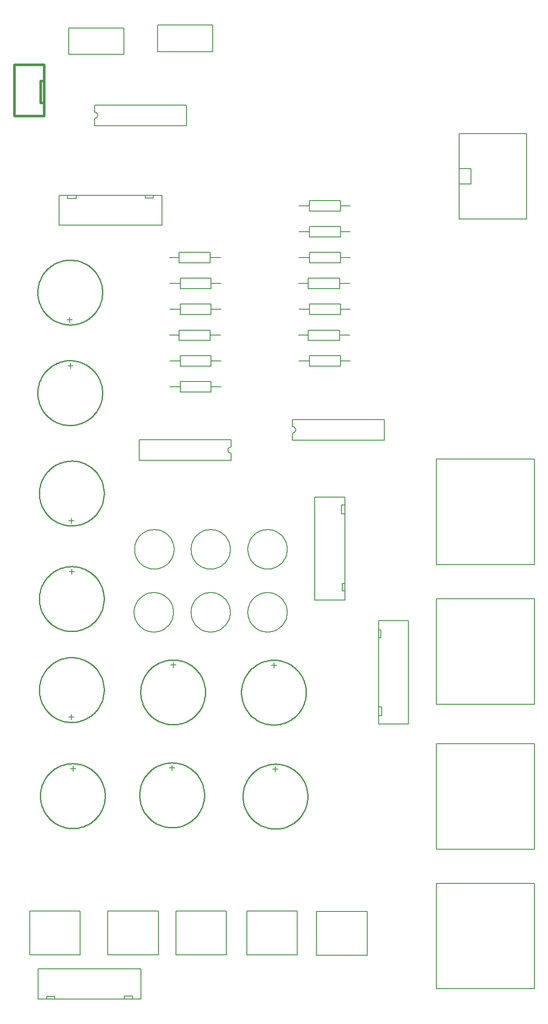
<source format=gm1>
%FSTAX23Y23*%
%MOIN*%
%SFA1B1*%

%IPPOS*%
%ADD10C,0.010000*%
%ADD11C,0.007870*%
%ADD12C,0.019680*%
%LNfuncgen-1*%
%LPD*%
G54D10*
X0638Y05465D02*
X0638Y05475D01*
X06379Y05485*
X06378Y05495*
X06377Y05505*
X06375Y05515*
X06373Y05524*
X0637Y05534*
X06367Y05544*
X06364Y05553*
X0636Y05562*
X06356Y05571*
X06351Y0558*
X06346Y05589*
X06341Y05598*
X06336Y05606*
X0633Y05614*
X06324Y05622*
X06317Y05629*
X0631Y05637*
X06303Y05644*
X06296Y0565*
X06288Y05657*
X0628Y05663*
X06272Y05669*
X06264Y05674*
X06255Y05679*
X06246Y05684*
X06237Y05689*
X06228Y05693*
X06219Y05696*
X0621Y057*
X062Y05702*
X0619Y05705*
X06181Y05707*
X06171Y05709*
X06161Y0571*
X06151Y05711*
X06141Y05711*
X06131Y05712*
X06121Y05711*
X06111Y05711*
X06101Y05709*
X06091Y05708*
X06081Y05706*
X06072Y05704*
X06062Y05701*
X06052Y05698*
X06043Y05694*
X06034Y05691*
X06025Y05686*
X06016Y05682*
X06007Y05677*
X05999Y05672*
X0599Y05666*
X05982Y0566*
X05975Y05654*
X05967Y05647*
X0596Y0564*
X05953Y05633*
X05946Y05626*
X0594Y05618*
X05934Y0561*
X05928Y05602*
X05923Y05593*
X05918Y05585*
X05913Y05576*
X05909Y05567*
X05905Y05558*
X05901Y05548*
X05898Y05539*
X05895Y05529*
X05893Y0552*
X05891Y0551*
X05889Y055*
X05888Y0549*
X05887Y0548*
X05887Y0547*
Y0546*
X05887Y0545*
X05888Y0544*
X05889Y0543*
X05891Y0542*
X05893Y05411*
X05895Y05401*
X05898Y05391*
X05901Y05382*
X05905Y05372*
X05909Y05363*
X05913Y05354*
X05918Y05345*
X05923Y05337*
X05928Y05328*
X05934Y0532*
X0594Y05312*
X05946Y05304*
X05953Y05297*
X0596Y0529*
X05967Y05283*
X05975Y05276*
X05982Y0527*
X0599Y05264*
X05999Y05259*
X06007Y05253*
X06016Y05248*
X06025Y05244*
X06034Y05239*
X06043Y05236*
X06052Y05232*
X06062Y05229*
X06072Y05226*
X06081Y05224*
X06091Y05222*
X06101Y05221*
X06111Y0522*
X06121Y05219*
X06131Y05219*
X06141Y05219*
X06151Y05219*
X06161Y0522*
X06171Y05221*
X06181Y05223*
X0619Y05225*
X062Y05228*
X0621Y05231*
X06219Y05234*
X06228Y05238*
X06237Y05242*
X06246Y05246*
X06255Y05251*
X06264Y05256*
X06272Y05261*
X0628Y05267*
X06288Y05273*
X06296Y0528*
X06303Y05286*
X0631Y05293*
X06317Y05301*
X06324Y05308*
X0633Y05316*
X06336Y05324*
X06341Y05333*
X06346Y05341*
X06351Y0535*
X06356Y05359*
X0636Y05368*
X06364Y05377*
X06367Y05386*
X0637Y05396*
X06373Y05406*
X06375Y05415*
X06377Y05425*
X06378Y05435*
X06379Y05445*
X0638Y05455*
X0638Y05465*
X06392Y03898D02*
X06392Y03908D01*
X06391Y03918*
X0639Y03928*
X06388Y03938*
X06387Y03948*
X06384Y03957*
X06382Y03967*
X06379Y03977*
X06375Y03986*
X06372Y03995*
X06368Y04004*
X06363Y04013*
X06358Y04022*
X06353Y04031*
X06348Y04039*
X06342Y04047*
X06335Y04055*
X06329Y04062*
X06322Y0407*
X06315Y04077*
X06308Y04084*
X063Y0409*
X06292Y04096*
X06284Y04102*
X06276Y04107*
X06267Y04112*
X06258Y04117*
X06249Y04122*
X0624Y04126*
X06231Y04129*
X06221Y04133*
X06212Y04135*
X06202Y04138*
X06192Y0414*
X06183Y04142*
X06173Y04143*
X06163Y04144*
X06153Y04145*
X06143Y04145*
X06133Y04144*
X06123Y04144*
X06113Y04143*
X06103Y04141*
X06093Y04139*
X06083Y04137*
X06074Y04134*
X06064Y04131*
X06055Y04128*
X06046Y04124*
X06037Y04119*
X06028Y04115*
X06019Y0411*
X06011Y04105*
X06002Y04099*
X05994Y04093*
X05986Y04087*
X05979Y0408*
X05972Y04073*
X05965Y04066*
X05958Y04059*
X05952Y04051*
X05946Y04043*
X0594Y04035*
X05935Y04026*
X0593Y04018*
X05925Y04009*
X05921Y04*
X05917Y03991*
X05913Y03981*
X0591Y03972*
X05907Y03962*
X05905Y03953*
X05903Y03943*
X05901Y03933*
X059Y03923*
X05899Y03913*
X05899Y03903*
Y03893*
X05899Y03883*
X059Y03873*
X05901Y03863*
X05903Y03853*
X05905Y03844*
X05907Y03834*
X0591Y03824*
X05913Y03815*
X05917Y03806*
X05921Y03796*
X05925Y03787*
X0593Y03778*
X05935Y0377*
X0594Y03761*
X05946Y03753*
X05952Y03745*
X05958Y03738*
X05965Y0373*
X05972Y03723*
X05979Y03716*
X05986Y03709*
X05994Y03703*
X06002Y03697*
X06011Y03692*
X06019Y03686*
X06028Y03681*
X06037Y03677*
X06046Y03673*
X06055Y03669*
X06064Y03665*
X06074Y03662*
X06083Y03659*
X06093Y03657*
X06103Y03655*
X06113Y03654*
X06123Y03653*
X06133Y03652*
X06143Y03652*
X06153Y03652*
X06163Y03652*
X06173Y03653*
X06183Y03654*
X06192Y03656*
X06202Y03658*
X06212Y03661*
X06221Y03664*
X06231Y03667*
X0624Y03671*
X06249Y03675*
X06258Y03679*
X06267Y03684*
X06276Y03689*
X06284Y03694*
X06292Y037*
X063Y03706*
X06308Y03713*
X06315Y03719*
X06322Y03726*
X06329Y03734*
X06335Y03741*
X06342Y03749*
X06348Y03757*
X06353Y03766*
X06358Y03774*
X06363Y03783*
X06368Y03792*
X06372Y03801*
X06375Y0381*
X06379Y0382*
X06382Y03829*
X06384Y03839*
X06387Y03848*
X06388Y03858*
X0639Y03868*
X06391Y03878*
X06392Y03888*
X06392Y03898*
X0638Y06231D02*
X0638Y06241D01*
X06379Y06251*
X06378Y06261*
X06377Y06271*
X06375Y0628*
X06373Y0629*
X0637Y063*
X06367Y06309*
X06364Y06319*
X0636Y06328*
X06356Y06337*
X06351Y06346*
X06346Y06355*
X06341Y06363*
X06336Y06372*
X0633Y0638*
X06324Y06388*
X06317Y06395*
X0631Y06402*
X06303Y06409*
X06296Y06416*
X06288Y06423*
X0628Y06429*
X06272Y06435*
X06264Y0644*
X06255Y06445*
X06246Y0645*
X06237Y06454*
X06228Y06458*
X06219Y06462*
X0621Y06465*
X062Y06468*
X0619Y06471*
X06181Y06473*
X06171Y06474*
X06161Y06476*
X06151Y06477*
X06141Y06477*
X06131Y06477*
X06121Y06477*
X06111Y06476*
X06101Y06475*
X06091Y06474*
X06081Y06472*
X06072Y06469*
X06062Y06467*
X06052Y06464*
X06043Y0646*
X06034Y06456*
X06025Y06452*
X06016Y06448*
X06007Y06443*
X05999Y06437*
X0599Y06432*
X05982Y06426*
X05975Y06419*
X05967Y06413*
X0596Y06406*
X05953Y06399*
X05946Y06391*
X0594Y06384*
X05934Y06376*
X05928Y06368*
X05923Y06359*
X05918Y0635*
X05913Y06342*
X05909Y06333*
X05905Y06323*
X05901Y06314*
X05898Y06305*
X05895Y06295*
X05893Y06285*
X05891Y06276*
X05889Y06266*
X05888Y06256*
X05887Y06246*
X05887Y06236*
Y06226*
X05887Y06216*
X05888Y06206*
X05889Y06196*
X05891Y06186*
X05893Y06176*
X05895Y06167*
X05898Y06157*
X05901Y06148*
X05905Y06138*
X05909Y06129*
X05913Y0612*
X05918Y06111*
X05923Y06103*
X05928Y06094*
X05934Y06086*
X0594Y06078*
X05946Y0607*
X05953Y06063*
X0596Y06056*
X05967Y06049*
X05975Y06042*
X05982Y06036*
X0599Y0603*
X05999Y06024*
X06007Y06019*
X06016Y06014*
X06025Y06009*
X06034Y06005*
X06043Y06001*
X06052Y05998*
X06062Y05995*
X06072Y05992*
X06081Y0599*
X06091Y05988*
X06101Y05986*
X06111Y05985*
X06121Y05985*
X06131Y05984*
X06141Y05984*
X06151Y05985*
X06161Y05986*
X06171Y05987*
X06181Y05989*
X0619Y05991*
X062Y05993*
X0621Y05996*
X06219Y06*
X06228Y06003*
X06237Y06007*
X06246Y06012*
X06255Y06016*
X06264Y06022*
X06272Y06027*
X0628Y06033*
X06288Y06039*
X06296Y06045*
X06303Y06052*
X0631Y06059*
X06317Y06066*
X06324Y06074*
X0633Y06082*
X06336Y0609*
X06341Y06098*
X06346Y06107*
X06351Y06116*
X06356Y06124*
X0636Y06134*
X06364Y06143*
X06367Y06152*
X0637Y06162*
X06373Y06171*
X06375Y06181*
X06377Y06191*
X06378Y06201*
X06379Y06211*
X0638Y06221*
X0638Y06231*
X06392Y03205D02*
X06392Y03215D01*
X06391Y03225*
X0639Y03235*
X06388Y03245*
X06387Y03255*
X06384Y03265*
X06382Y03274*
X06379Y03284*
X06375Y03293*
X06372Y03302*
X06368Y03312*
X06363Y0332*
X06358Y03329*
X06353Y03338*
X06348Y03346*
X06342Y03354*
X06335Y03362*
X06329Y0337*
X06322Y03377*
X06315Y03384*
X06308Y03391*
X063Y03397*
X06292Y03403*
X06284Y03409*
X06276Y03414*
X06267Y0342*
X06258Y03424*
X06249Y03429*
X0624Y03433*
X06231Y03436*
X06221Y0344*
X06212Y03443*
X06202Y03445*
X06192Y03447*
X06183Y03449*
X06173Y0345*
X06163Y03451*
X06153Y03452*
X06143Y03452*
X06133Y03451*
X06123Y03451*
X06113Y0345*
X06103Y03448*
X06093Y03446*
X06083Y03444*
X06074Y03441*
X06064Y03438*
X06055Y03435*
X06046Y03431*
X06037Y03427*
X06028Y03422*
X06019Y03417*
X06011Y03412*
X06002Y03406*
X05994Y034*
X05986Y03394*
X05979Y03387*
X05972Y0338*
X05965Y03373*
X05958Y03366*
X05952Y03358*
X05946Y0335*
X0594Y03342*
X05935Y03333*
X0593Y03325*
X05925Y03316*
X05921Y03307*
X05917Y03298*
X05913Y03288*
X0591Y03279*
X05907Y03269*
X05905Y0326*
X05903Y0325*
X05901Y0324*
X059Y0323*
X05899Y0322*
X05899Y0321*
Y032*
X05899Y0319*
X059Y0318*
X05901Y0317*
X05903Y0316*
X05905Y03151*
X05907Y03141*
X0591Y03131*
X05913Y03122*
X05917Y03113*
X05921Y03103*
X05925Y03094*
X0593Y03086*
X05935Y03077*
X0594Y03069*
X05946Y0306*
X05952Y03052*
X05958Y03045*
X05965Y03037*
X05972Y0303*
X05979Y03023*
X05986Y03017*
X05994Y0301*
X06002Y03004*
X06011Y02999*
X06019Y02993*
X06028Y02988*
X06037Y02984*
X06046Y0298*
X06055Y02976*
X06064Y02972*
X06074Y02969*
X06083Y02967*
X06093Y02964*
X06103Y02962*
X06113Y02961*
X06123Y0296*
X06133Y02959*
X06143Y02959*
X06153Y02959*
X06163Y02959*
X06173Y0296*
X06183Y02962*
X06192Y02963*
X06202Y02965*
X06212Y02968*
X06221Y02971*
X06231Y02974*
X0624Y02978*
X06249Y02982*
X06258Y02986*
X06267Y02991*
X06276Y02996*
X06284Y03001*
X06292Y03007*
X063Y03013*
X06308Y0302*
X06315Y03027*
X06322Y03034*
X06329Y03041*
X06335Y03048*
X06342Y03056*
X06348Y03064*
X06353Y03073*
X06358Y03081*
X06363Y0309*
X06368Y03099*
X06372Y03108*
X06375Y03117*
X06379Y03127*
X06382Y03136*
X06384Y03146*
X06387Y03156*
X06388Y03165*
X0639Y03175*
X06391Y03185*
X06392Y03195*
X06392Y03205*
Y04701D02*
X06392Y04711D01*
X06391Y04721*
X0639Y04731*
X06388Y04741*
X06387Y04751*
X06384Y04761*
X06382Y0477*
X06379Y0478*
X06375Y04789*
X06372Y04798*
X06368Y04808*
X06363Y04817*
X06358Y04825*
X06353Y04834*
X06348Y04842*
X06342Y0485*
X06335Y04858*
X06329Y04866*
X06322Y04873*
X06315Y0488*
X06308Y04887*
X063Y04893*
X06292Y04899*
X06284Y04905*
X06276Y0491*
X06267Y04916*
X06258Y0492*
X06249Y04925*
X0624Y04929*
X06231Y04932*
X06221Y04936*
X06212Y04939*
X06202Y04941*
X06192Y04943*
X06183Y04945*
X06173Y04946*
X06163Y04947*
X06153Y04948*
X06143Y04948*
X06133Y04947*
X06123Y04947*
X06113Y04946*
X06103Y04944*
X06093Y04942*
X06083Y0494*
X06074Y04937*
X06064Y04934*
X06055Y04931*
X06046Y04927*
X06037Y04923*
X06028Y04918*
X06019Y04913*
X06011Y04908*
X06002Y04902*
X05994Y04896*
X05986Y0489*
X05979Y04883*
X05972Y04876*
X05965Y04869*
X05958Y04862*
X05952Y04854*
X05946Y04846*
X0594Y04838*
X05935Y0483*
X0593Y04821*
X05925Y04812*
X05921Y04803*
X05917Y04794*
X05913Y04785*
X0591Y04775*
X05907Y04765*
X05905Y04756*
X05903Y04746*
X05901Y04736*
X059Y04726*
X05899Y04716*
X05899Y04706*
Y04696*
X05899Y04686*
X059Y04676*
X05901Y04666*
X05903Y04657*
X05905Y04647*
X05907Y04637*
X0591Y04627*
X05913Y04618*
X05917Y04609*
X05921Y04599*
X05925Y0459*
X0593Y04582*
X05935Y04573*
X0594Y04565*
X05946Y04556*
X05952Y04548*
X05958Y04541*
X05965Y04533*
X05972Y04526*
X05979Y04519*
X05986Y04513*
X05994Y04506*
X06002Y045*
X06011Y04495*
X06019Y04489*
X06028Y04485*
X06037Y0448*
X06046Y04476*
X06055Y04472*
X06064Y04468*
X06074Y04465*
X06083Y04463*
X06093Y0446*
X06103Y04458*
X06113Y04457*
X06123Y04456*
X06133Y04455*
X06143Y04455*
X06153Y04455*
X06163Y04455*
X06173Y04456*
X06183Y04458*
X06192Y04459*
X06202Y04461*
X06212Y04464*
X06221Y04467*
X06231Y0447*
X0624Y04474*
X06249Y04478*
X06258Y04482*
X06267Y04487*
X06276Y04492*
X06284Y04498*
X06292Y04503*
X063Y04509*
X06308Y04516*
X06315Y04523*
X06322Y0453*
X06329Y04537*
X06335Y04545*
X06342Y04552*
X06348Y0456*
X06353Y04569*
X06358Y04577*
X06363Y04586*
X06368Y04595*
X06372Y04604*
X06375Y04613*
X06379Y04623*
X06382Y04632*
X06384Y04642*
X06387Y04652*
X06388Y04661*
X0639Y04671*
X06391Y04681*
X06392Y04691*
X06392Y04701*
X064Y02398D02*
X06399Y02408D01*
X06399Y02418*
X06398Y02428*
X06396Y02438*
X06395Y02448*
X06392Y02457*
X0639Y02467*
X06387Y02477*
X06383Y02486*
X0638Y02495*
X06375Y02504*
X06371Y02513*
X06366Y02522*
X06361Y02531*
X06355Y02539*
X0635Y02547*
X06343Y02555*
X06337Y02562*
X0633Y0257*
X06323Y02577*
X06316Y02584*
X06308Y0259*
X063Y02596*
X06292Y02602*
X06283Y02607*
X06275Y02612*
X06266Y02617*
X06257Y02622*
X06248Y02626*
X06239Y02629*
X06229Y02633*
X0622Y02635*
X0621Y02638*
X062Y0264*
X0619Y02642*
X0618Y02643*
X06171Y02644*
X06161Y02645*
X06151Y02645*
X06141Y02644*
X06131Y02644*
X06121Y02643*
X06111Y02641*
X06101Y02639*
X06091Y02637*
X06082Y02634*
X06072Y02631*
X06063Y02628*
X06054Y02624*
X06044Y02619*
X06036Y02615*
X06027Y0261*
X06018Y02605*
X0601Y02599*
X06002Y02593*
X05994Y02587*
X05987Y0258*
X0598Y02573*
X05973Y02566*
X05966Y02559*
X0596Y02551*
X05954Y02543*
X05948Y02535*
X05943Y02526*
X05937Y02518*
X05933Y02509*
X05929Y025*
X05925Y02491*
X05921Y02481*
X05918Y02472*
X05915Y02462*
X05913Y02453*
X05911Y02443*
X05909Y02433*
X05908Y02423*
X05907Y02413*
X05907Y02403*
Y02393*
X05907Y02383*
X05908Y02373*
X05909Y02363*
X05911Y02353*
X05913Y02344*
X05915Y02334*
X05918Y02324*
X05921Y02315*
X05925Y02306*
X05929Y02296*
X05933Y02287*
X05937Y02278*
X05943Y0227*
X05948Y02261*
X05954Y02253*
X0596Y02245*
X05966Y02238*
X05973Y0223*
X0598Y02223*
X05987Y02216*
X05994Y02209*
X06002Y02203*
X0601Y02197*
X06018Y02192*
X06027Y02186*
X06036Y02181*
X06044Y02177*
X06054Y02173*
X06063Y02169*
X06072Y02165*
X06082Y02162*
X06091Y02159*
X06101Y02157*
X06111Y02155*
X06121Y02154*
X06131Y02153*
X06141Y02152*
X06151Y02152*
X06161Y02152*
X06171Y02152*
X0618Y02153*
X0619Y02154*
X062Y02156*
X0621Y02158*
X0622Y02161*
X06229Y02164*
X06239Y02167*
X06248Y02171*
X06257Y02175*
X06266Y02179*
X06275Y02184*
X06283Y02189*
X06292Y02194*
X063Y022*
X06308Y02206*
X06316Y02213*
X06323Y02219*
X0633Y02226*
X06337Y02234*
X06343Y02241*
X0635Y02249*
X06355Y02257*
X06361Y02266*
X06366Y02274*
X06371Y02283*
X06375Y02292*
X0638Y02301*
X06383Y0231*
X06387Y0232*
X0639Y02329*
X06392Y02339*
X06395Y02348*
X06396Y02358*
X06398Y02368*
X06399Y02378*
X06399Y02388*
X064Y02398*
X07163Y03187D02*
X07163Y03197D01*
X07163Y03207*
X07162Y03217*
X0716Y03227*
X07158Y03237*
X07156Y03247*
X07153Y03257*
X0715Y03266*
X07147Y03275*
X07143Y03285*
X07139Y03294*
X07135Y03303*
X0713Y03311*
X07125Y0332*
X07119Y03328*
X07113Y03336*
X07107Y03344*
X07101Y03352*
X07094Y03359*
X07087Y03366*
X07079Y03373*
X07072Y03379*
X07064Y03385*
X07056Y03391*
X07047Y03397*
X07039Y03402*
X0703Y03407*
X07021Y03411*
X07012Y03415*
X07002Y03419*
X06993Y03422*
X06983Y03425*
X06974Y03427*
X06964Y03429*
X06954Y03431*
X06944Y03433*
X06934Y03433*
X06924Y03434*
X06914Y03434*
X06904Y03434*
X06894Y03433*
X06884Y03432*
X06875Y0343*
X06865Y03428*
X06855Y03426*
X06845Y03423*
X06836Y0342*
X06827Y03417*
X06817Y03413*
X06808Y03409*
X06799Y03404*
X06791Y03399*
X06782Y03394*
X06774Y03388*
X06766Y03382*
X06758Y03376*
X06751Y0337*
X06743Y03363*
X06736Y03356*
X0673Y03348*
X06723Y0334*
X06717Y03332*
X06712Y03324*
X06706Y03316*
X06701Y03307*
X06697Y03298*
X06692Y03289*
X06688Y0328*
X06685Y03271*
X06682Y03261*
X06679Y03252*
X06676Y03242*
X06674Y03232*
X06673Y03222*
X06672Y03212*
X06671Y03202*
X0667Y03192*
Y03182*
X06671Y03173*
X06672Y03163*
X06673Y03153*
X06674Y03143*
X06676Y03133*
X06679Y03123*
X06682Y03114*
X06685Y03104*
X06688Y03095*
X06692Y03086*
X06697Y03077*
X06701Y03068*
X06706Y03059*
X06712Y03051*
X06717Y03043*
X06723Y03035*
X0673Y03027*
X06736Y03019*
X06743Y03012*
X06751Y03005*
X06758Y02999*
X06766Y02993*
X06774Y02987*
X06782Y02981*
X06791Y02976*
X06799Y02971*
X06808Y02966*
X06817Y02962*
X06827Y02958*
X06836Y02955*
X06845Y02952*
X06855Y02949*
X06865Y02947*
X06875Y02945*
X06884Y02943*
X06894Y02942*
X06904Y02941*
X06914Y02941*
X06924Y02941*
X06934Y02942*
X06944Y02942*
X06954Y02944*
X06964Y02946*
X06974Y02948*
X06983Y0295*
X06993Y02953*
X07002Y02956*
X07012Y0296*
X07021Y02964*
X0703Y02968*
X07039Y02973*
X07047Y02978*
X07056Y02984*
X07064Y0299*
X07072Y02996*
X07079Y03002*
X07087Y03009*
X07094Y03016*
X07101Y03023*
X07107Y03031*
X07113Y03039*
X07119Y03047*
X07125Y03055*
X0713Y03064*
X07135Y03072*
X07139Y03081*
X07143Y0309*
X07147Y031*
X0715Y03109*
X07153Y03118*
X07156Y03128*
X07158Y03138*
X0716Y03148*
X07162Y03158*
X07163Y03168*
X07163Y03178*
X07163Y03187*
X07943Y02394D02*
X07943Y02404D01*
X07942Y02414*
X07941Y02424*
X0794Y02434*
X07938Y02444*
X07936Y02454*
X07933Y02463*
X0793Y02473*
X07927Y02482*
X07923Y02491*
X07919Y02501*
X07914Y02509*
X07909Y02518*
X07904Y02527*
X07899Y02535*
X07893Y02543*
X07887Y02551*
X0788Y02559*
X07873Y02566*
X07866Y02573*
X07859Y0258*
X07851Y02586*
X07843Y02592*
X07835Y02598*
X07827Y02603*
X07818Y02609*
X07809Y02613*
X078Y02618*
X07791Y02622*
X07782Y02625*
X07773Y02629*
X07763Y02632*
X07753Y02634*
X07744Y02636*
X07734Y02638*
X07724Y02639*
X07714Y0264*
X07704Y02641*
X07694Y02641*
X07684Y0264*
X07674Y0264*
X07664Y02639*
X07654Y02637*
X07644Y02635*
X07635Y02633*
X07625Y0263*
X07615Y02627*
X07606Y02624*
X07597Y0262*
X07588Y02616*
X07579Y02611*
X0757Y02606*
X07562Y02601*
X07553Y02595*
X07545Y02589*
X07538Y02583*
X0753Y02576*
X07523Y02569*
X07516Y02562*
X07509Y02555*
X07503Y02547*
X07497Y02539*
X07491Y02531*
X07486Y02522*
X07481Y02514*
X07476Y02505*
X07472Y02496*
X07468Y02487*
X07464Y02477*
X07461Y02468*
X07458Y02458*
X07456Y02449*
X07454Y02439*
X07452Y02429*
X07451Y02419*
X0745Y02409*
X0745Y02399*
Y02389*
X0745Y02379*
X07451Y02369*
X07452Y02359*
X07454Y02349*
X07456Y0234*
X07458Y0233*
X07461Y0232*
X07464Y02311*
X07468Y02302*
X07472Y02292*
X07476Y02283*
X07481Y02275*
X07486Y02266*
X07491Y02257*
X07497Y02249*
X07503Y02241*
X07509Y02234*
X07516Y02226*
X07523Y02219*
X0753Y02212*
X07538Y02206*
X07545Y02199*
X07553Y02193*
X07562Y02188*
X0757Y02182*
X07579Y02177*
X07588Y02173*
X07597Y02169*
X07606Y02165*
X07615Y02161*
X07625Y02158*
X07635Y02156*
X07644Y02153*
X07654Y02151*
X07664Y0215*
X07674Y02149*
X07684Y02148*
X07694Y02148*
X07704Y02148*
X07714Y02148*
X07724Y02149*
X07734Y0215*
X07744Y02152*
X07753Y02154*
X07763Y02157*
X07773Y0216*
X07782Y02163*
X07791Y02167*
X078Y02171*
X07809Y02175*
X07818Y0218*
X07827Y02185*
X07835Y0219*
X07843Y02196*
X07851Y02202*
X07859Y02209*
X07866Y02216*
X07873Y02223*
X0788Y0223*
X07887Y02237*
X07893Y02245*
X07899Y02253*
X07904Y02262*
X07909Y0227*
X07914Y02279*
X07919Y02288*
X07923Y02297*
X07927Y02306*
X0793Y02316*
X07933Y02325*
X07936Y02335*
X07938Y02345*
X0794Y02354*
X07941Y02364*
X07942Y02374*
X07943Y02384*
X07943Y02394*
X07155Y02404D02*
X07155Y02414D01*
X07155Y02424*
X07154Y02434*
X07152Y02444*
X0715Y02454*
X07148Y02463*
X07146Y02473*
X07143Y02483*
X07139Y02492*
X07135Y02501*
X07131Y0251*
X07127Y02519*
X07122Y02528*
X07117Y02537*
X07111Y02545*
X07105Y02553*
X07099Y02561*
X07093Y02568*
X07086Y02576*
X07079Y02583*
X07071Y02589*
X07064Y02596*
X07056Y02602*
X07048Y02608*
X07039Y02613*
X07031Y02618*
X07022Y02623*
X07013Y02628*
X07004Y02632*
X06995Y02635*
X06985Y02638*
X06976Y02641*
X06966Y02644*
X06956Y02646*
X06946Y02648*
X06936Y02649*
X06926Y0265*
X06916Y0265*
X06906Y02651*
X06896Y0265*
X06886Y0265*
X06877Y02648*
X06867Y02647*
X06857Y02645*
X06847Y02643*
X06838Y0264*
X06828Y02637*
X06819Y02633*
X06809Y0263*
X068Y02625*
X06791Y02621*
X06783Y02616*
X06774Y02611*
X06766Y02605*
X06758Y02599*
X0675Y02593*
X06743Y02586*
X06736Y02579*
X06729Y02572*
X06722Y02565*
X06716Y02557*
X06709Y02549*
X06704Y02541*
X06698Y02532*
X06693Y02524*
X06689Y02515*
X06684Y02506*
X0668Y02497*
X06677Y02487*
X06674Y02478*
X06671Y02468*
X06669Y02459*
X06666Y02449*
X06665Y02439*
X06664Y02429*
X06663Y02419*
X06662Y02409*
Y02399*
X06663Y02389*
X06664Y02379*
X06665Y02369*
X06666Y02359*
X06669Y0235*
X06671Y0234*
X06674Y0233*
X06677Y02321*
X0668Y02311*
X06684Y02302*
X06689Y02293*
X06693Y02284*
X06698Y02276*
X06704Y02267*
X06709Y02259*
X06716Y02251*
X06722Y02243*
X06729Y02236*
X06736Y02229*
X06743Y02222*
X0675Y02215*
X06758Y02209*
X06766Y02203*
X06774Y02197*
X06783Y02192*
X06791Y02187*
X068Y02183*
X06809Y02178*
X06819Y02175*
X06828Y02171*
X06838Y02168*
X06847Y02165*
X06857Y02163*
X06867Y02161*
X06877Y0216*
X06886Y02159*
X06896Y02158*
X06906Y02158*
X06916Y02158*
X06926Y02158*
X06936Y02159*
X06946Y0216*
X06956Y02162*
X06966Y02164*
X06976Y02167*
X06985Y0217*
X06995Y02173*
X07004Y02177*
X07013Y02181*
X07022Y02185*
X07031Y0219*
X07039Y02195*
X07048Y022*
X07056Y02206*
X07064Y02212*
X07071Y02219*
X07079Y02225*
X07086Y02232*
X07093Y0224*
X07099Y02247*
X07105Y02255*
X07111Y02263*
X07117Y02272*
X07122Y0228*
X07127Y02289*
X07131Y02298*
X07135Y02307*
X07139Y02316*
X07143Y02325*
X07146Y02335*
X07148Y02345*
X0715Y02354*
X07152Y02364*
X07154Y02374*
X07155Y02384*
X07155Y02394*
X07155Y02404*
X07931Y03186D02*
X07931Y03196D01*
X0793Y03205*
X07929Y03215*
X07928Y03225*
X07926Y03235*
X07924Y03245*
X07921Y03255*
X07918Y03264*
X07915Y03273*
X07911Y03283*
X07907Y03292*
X07902Y03301*
X07898Y0331*
X07892Y03318*
X07887Y03326*
X07881Y03334*
X07875Y03342*
X07868Y0335*
X07862Y03357*
X07854Y03364*
X07847Y03371*
X07839Y03377*
X07831Y03384*
X07823Y03389*
X07815Y03395*
X07806Y034*
X07798Y03405*
X07789Y03409*
X07779Y03413*
X0777Y03417*
X07761Y0342*
X07751Y03423*
X07741Y03425*
X07732Y03428*
X07722Y03429*
X07712Y03431*
X07702Y03431*
X07692Y03432*
X07682Y03432*
X07672Y03432*
X07662Y03431*
X07652Y0343*
X07642Y03428*
X07632Y03427*
X07623Y03424*
X07613Y03421*
X07604Y03418*
X07594Y03415*
X07585Y03411*
X07576Y03407*
X07567Y03402*
X07558Y03397*
X0755Y03392*
X07542Y03386*
X07534Y0338*
X07526Y03374*
X07518Y03368*
X07511Y03361*
X07504Y03354*
X07497Y03346*
X07491Y03338*
X07485Y0333*
X07479Y03322*
X07474Y03314*
X07469Y03305*
X07464Y03296*
X0746Y03287*
X07456Y03278*
X07453Y03269*
X07449Y03259*
X07447Y0325*
X07444Y0324*
X07442Y0323*
X0744Y0322*
X07439Y0321*
X07438Y03201*
X07438Y03191*
Y03181*
X07438Y03171*
X07439Y03161*
X0744Y03151*
X07442Y03141*
X07444Y03131*
X07447Y03121*
X07449Y03112*
X07453Y03102*
X07456Y03093*
X0746Y03084*
X07464Y03075*
X07469Y03066*
X07474Y03057*
X07479Y03049*
X07485Y03041*
X07491Y03033*
X07497Y03025*
X07504Y03017*
X07511Y0301*
X07518Y03003*
X07526Y02997*
X07534Y02991*
X07542Y02985*
X0755Y02979*
X07558Y02974*
X07567Y02969*
X07576Y02964*
X07585Y0296*
X07594Y02956*
X07604Y02953*
X07613Y0295*
X07623Y02947*
X07632Y02945*
X07642Y02943*
X07652Y02941*
X07662Y0294*
X07672Y02939*
X07682Y02939*
X07692Y02939*
X07702Y0294*
X07712Y02941*
X07722Y02942*
X07732Y02944*
X07741Y02946*
X07751Y02948*
X07761Y02951*
X0777Y02954*
X07779Y02958*
X07789Y02962*
X07798Y02966*
X07806Y02971*
X07815Y02976*
X07823Y02982*
X07831Y02988*
X07839Y02994*
X07847Y03*
X07854Y03007*
X07862Y03014*
X07868Y03021*
X07875Y03029*
X07881Y03037*
X07887Y03045*
X07892Y03053*
X07898Y03062*
X07902Y0307*
X07907Y03079*
X07911Y03088*
X07915Y03098*
X07918Y03107*
X07921Y03117*
X07924Y03126*
X07926Y03136*
X07928Y03146*
X07929Y03156*
X0793Y03166*
X07931Y03176*
X07931Y03186*
G54D11*
X06319Y07553D02*
X06328Y07555D01*
X06336Y07561*
X06342Y07569*
X06344Y07578*
X06342Y07588*
X06336Y07596*
X06328Y07601*
X06319Y07603*
X07354Y04275D02*
X07354Y04285D01*
X07353Y04295*
X07351Y04305*
X07349Y04315*
X07346Y04324*
X07342Y04334*
X07338Y04343*
X07333Y04352*
X07328Y0436*
X07322Y04368*
X07315Y04376*
X07309Y04383*
X07301Y0439*
X07293Y04396*
X07285Y04402*
X07276Y04407*
X07267Y04411*
X07258Y04415*
X07249Y04418*
X07239Y04421*
X07229Y04423*
X07219Y04424*
X07209Y04425*
X07199*
X07189Y04424*
X07179Y04423*
X07169Y04421*
X0716Y04418*
X0715Y04415*
X07141Y04411*
X07132Y04407*
X07124Y04402*
X07115Y04396*
X07107Y0439*
X071Y04383*
X07093Y04376*
X07087Y04368*
X07081Y0436*
X07075Y04352*
X0707Y04343*
X07066Y04334*
X07063Y04324*
X0706Y04315*
X07057Y04305*
X07056Y04295*
X07055Y04285*
X07054Y04275*
X07055Y04265*
X07056Y04255*
X07057Y04245*
X0706Y04235*
X07063Y04226*
X07066Y04217*
X0707Y04207*
X07075Y04199*
X07081Y0419*
X07087Y04182*
X07093Y04174*
X071Y04167*
X07107Y04161*
X07115Y04154*
X07124Y04149*
X07132Y04144*
X07141Y04139*
X0715Y04135*
X0716Y04132*
X07169Y04129*
X07179Y04127*
X07189Y04126*
X07199Y04125*
X07209*
X07219Y04126*
X07229Y04127*
X07239Y04129*
X07249Y04132*
X07258Y04135*
X07267Y04139*
X07276Y04144*
X07285Y04149*
X07293Y04154*
X07301Y04161*
X07309Y04167*
X07315Y04174*
X07322Y04182*
X07328Y0419*
X07333Y04199*
X07338Y04207*
X07342Y04217*
X07346Y04226*
X07349Y04235*
X07351Y04245*
X07353Y04255*
X07354Y04265*
X07354Y04275*
X06925D02*
X06925Y04285D01*
X06924Y04295*
X06922Y04305*
X0692Y04315*
X06917Y04324*
X06913Y04334*
X06909Y04343*
X06904Y04352*
X06899Y0436*
X06893Y04368*
X06886Y04376*
X06879Y04383*
X06872Y0439*
X06864Y04396*
X06856Y04402*
X06847Y04407*
X06838Y04411*
X06829Y04415*
X0682Y04418*
X0681Y04421*
X068Y04423*
X0679Y04424*
X0678Y04425*
X0677*
X0676Y04424*
X0675Y04423*
X0674Y04421*
X06731Y04418*
X06721Y04415*
X06712Y04411*
X06703Y04407*
X06694Y04402*
X06686Y04396*
X06678Y0439*
X06671Y04383*
X06664Y04376*
X06657Y04368*
X06651Y0436*
X06646Y04352*
X06641Y04343*
X06637Y04334*
X06633Y04324*
X0663Y04315*
X06628Y04305*
X06626Y04295*
X06625Y04285*
X06625Y04275*
X06625Y04265*
X06626Y04255*
X06628Y04245*
X0663Y04235*
X06633Y04226*
X06637Y04217*
X06641Y04207*
X06646Y04199*
X06651Y0419*
X06657Y04182*
X06664Y04174*
X06671Y04167*
X06678Y04161*
X06686Y04154*
X06694Y04149*
X06703Y04144*
X06712Y04139*
X06721Y04135*
X06731Y04132*
X0674Y04129*
X0675Y04127*
X0676Y04126*
X0677Y04125*
X0678*
X0679Y04126*
X068Y04127*
X0681Y04129*
X0682Y04132*
X06829Y04135*
X06838Y04139*
X06847Y04144*
X06856Y04149*
X06864Y04154*
X06872Y04161*
X06879Y04167*
X06886Y04174*
X06893Y04182*
X06899Y0419*
X06904Y04199*
X06909Y04207*
X06913Y04217*
X06917Y04226*
X0692Y04235*
X06922Y04245*
X06924Y04255*
X06925Y04265*
X06925Y04275*
X07787D02*
X07787Y04285D01*
X07786Y04295*
X07784Y04305*
X07782Y04315*
X07779Y04324*
X07775Y04334*
X07771Y04343*
X07766Y04352*
X07761Y0436*
X07755Y04368*
X07749Y04376*
X07742Y04383*
X07734Y0439*
X07726Y04396*
X07718Y04402*
X07709Y04407*
X077Y04411*
X07691Y04415*
X07682Y04418*
X07672Y04421*
X07662Y04423*
X07652Y04424*
X07642Y04425*
X07632*
X07622Y04424*
X07612Y04423*
X07603Y04421*
X07593Y04418*
X07583Y04415*
X07574Y04411*
X07565Y04407*
X07557Y04402*
X07548Y04396*
X0754Y0439*
X07533Y04383*
X07526Y04376*
X0752Y04368*
X07514Y0436*
X07508Y04352*
X07503Y04343*
X07499Y04334*
X07496Y04324*
X07493Y04315*
X0749Y04305*
X07489Y04295*
X07488Y04285*
X07487Y04275*
X07488Y04265*
X07489Y04255*
X0749Y04245*
X07493Y04235*
X07496Y04226*
X07499Y04217*
X07503Y04207*
X07508Y04199*
X07514Y0419*
X0752Y04182*
X07526Y04174*
X07533Y04167*
X0754Y04161*
X07548Y04154*
X07557Y04149*
X07565Y04144*
X07574Y04139*
X07583Y04135*
X07593Y04132*
X07603Y04129*
X07612Y04127*
X07622Y04126*
X07632Y04125*
X07642*
X07652Y04126*
X07662Y04127*
X07672Y04129*
X07682Y04132*
X07691Y04135*
X077Y04139*
X07709Y04144*
X07718Y04149*
X07726Y04154*
X07734Y04161*
X07742Y04167*
X07749Y04174*
X07755Y04182*
X07761Y0419*
X07766Y04199*
X07771Y04207*
X07775Y04217*
X07779Y04226*
X07782Y04235*
X07784Y04245*
X07786Y04255*
X07787Y04265*
X07787Y04275*
X06921Y03796D02*
X06921Y03806D01*
X0692Y03816*
X06918Y03825*
X06916Y03835*
X06913Y03845*
X06909Y03854*
X06905Y03863*
X069Y03872*
X06895Y0388*
X06889Y03889*
X06882Y03896*
X06875Y03903*
X06868Y0391*
X0686Y03916*
X06852Y03922*
X06843Y03927*
X06834Y03932*
X06825Y03936*
X06816Y03939*
X06806Y03942*
X06796Y03943*
X06786Y03945*
X06776Y03946*
X06766*
X06756Y03945*
X06746Y03943*
X06736Y03942*
X06727Y03939*
X06717Y03936*
X06708Y03932*
X06699Y03927*
X0669Y03922*
X06682Y03916*
X06674Y0391*
X06667Y03903*
X0666Y03896*
X06653Y03889*
X06647Y0388*
X06642Y03872*
X06637Y03863*
X06633Y03854*
X06629Y03845*
X06626Y03835*
X06624Y03825*
X06622Y03816*
X06621Y03806*
X06621Y03796*
X06621Y03786*
X06622Y03776*
X06624Y03766*
X06626Y03756*
X06629Y03746*
X06633Y03737*
X06637Y03728*
X06642Y03719*
X06647Y03711*
X06653Y03703*
X0666Y03695*
X06667Y03688*
X06674Y03681*
X06682Y03675*
X0669Y03669*
X06699Y03664*
X06708Y0366*
X06717Y03656*
X06727Y03652*
X06736Y0365*
X06746Y03648*
X06756Y03646*
X06766Y03646*
X06776*
X06786Y03646*
X06796Y03648*
X06806Y0365*
X06816Y03652*
X06825Y03656*
X06834Y0366*
X06843Y03664*
X06852Y03669*
X0686Y03675*
X06868Y03681*
X06875Y03688*
X06882Y03695*
X06889Y03703*
X06895Y03711*
X069Y03719*
X06905Y03728*
X06909Y03737*
X06913Y03746*
X06916Y03756*
X06918Y03766*
X0692Y03776*
X06921Y03786*
X06921Y03796*
X07354D02*
X07354Y03806D01*
X07353Y03816*
X07351Y03825*
X07349Y03835*
X07346Y03845*
X07342Y03854*
X07338Y03863*
X07333Y03872*
X07328Y0388*
X07322Y03889*
X07315Y03896*
X07308Y03903*
X07301Y0391*
X07293Y03916*
X07285Y03922*
X07276Y03927*
X07267Y03932*
X07258Y03936*
X07249Y03939*
X07239Y03942*
X07229Y03943*
X07219Y03945*
X07209Y03946*
X07199*
X07189Y03945*
X07179Y03943*
X07169Y03942*
X0716Y03939*
X0715Y03936*
X07141Y03932*
X07132Y03927*
X07124Y03922*
X07115Y03916*
X07107Y0391*
X071Y03903*
X07093Y03896*
X07086Y03889*
X07081Y0388*
X07075Y03872*
X0707Y03863*
X07066Y03854*
X07063Y03845*
X0706Y03835*
X07057Y03825*
X07056Y03816*
X07055Y03806*
X07054Y03796*
X07055Y03786*
X07056Y03776*
X07057Y03766*
X0706Y03756*
X07063Y03746*
X07066Y03737*
X0707Y03728*
X07075Y03719*
X07081Y03711*
X07086Y03703*
X07093Y03695*
X071Y03688*
X07107Y03681*
X07115Y03675*
X07124Y03669*
X07132Y03664*
X07141Y0366*
X0715Y03656*
X0716Y03652*
X07169Y0365*
X07179Y03648*
X07189Y03646*
X07199Y03646*
X07209*
X07219Y03646*
X07229Y03648*
X07239Y0365*
X07249Y03652*
X07258Y03656*
X07267Y0366*
X07276Y03664*
X07285Y03669*
X07293Y03675*
X07301Y03681*
X07308Y03688*
X07315Y03695*
X07322Y03703*
X07328Y03711*
X07333Y03719*
X07338Y03728*
X07342Y03737*
X07346Y03746*
X07349Y03756*
X07351Y03766*
X07353Y03776*
X07354Y03786*
X07354Y03796*
X07787D02*
X07787Y03806D01*
X07786Y03816*
X07784Y03825*
X07782Y03835*
X07779Y03845*
X07775Y03854*
X07771Y03863*
X07766Y03872*
X07761Y0388*
X07755Y03889*
X07749Y03896*
X07742Y03903*
X07734Y0391*
X07726Y03916*
X07718Y03922*
X07709Y03927*
X077Y03932*
X07691Y03936*
X07682Y03939*
X07672Y03942*
X07662Y03943*
X07652Y03945*
X07642Y03946*
X07632*
X07622Y03945*
X07612Y03943*
X07603Y03942*
X07593Y03939*
X07583Y03936*
X07574Y03932*
X07565Y03927*
X07557Y03922*
X07548Y03916*
X0754Y0391*
X07533Y03903*
X07526Y03896*
X0752Y03889*
X07514Y0388*
X07508Y03872*
X07503Y03863*
X07499Y03854*
X07496Y03845*
X07493Y03835*
X0749Y03825*
X07489Y03816*
X07488Y03806*
X07487Y03796*
X07488Y03786*
X07489Y03776*
X0749Y03766*
X07493Y03756*
X07496Y03746*
X07499Y03737*
X07503Y03728*
X07508Y03719*
X07514Y03711*
X0752Y03703*
X07526Y03695*
X07533Y03688*
X0754Y03681*
X07548Y03675*
X07557Y03669*
X07565Y03664*
X07574Y0366*
X07583Y03656*
X07593Y03652*
X07603Y0365*
X07612Y03648*
X07622Y03646*
X07632Y03646*
X07642*
X07652Y03646*
X07662Y03648*
X07672Y0365*
X07682Y03652*
X07691Y03656*
X077Y0366*
X07709Y03664*
X07718Y03669*
X07726Y03675*
X07734Y03681*
X07742Y03688*
X07749Y03695*
X07755Y03703*
X07761Y03711*
X07766Y03719*
X07771Y03728*
X07775Y03737*
X07779Y03746*
X07782Y03756*
X07784Y03766*
X07786Y03776*
X07787Y03786*
X07787Y03796*
X07361Y05056D02*
X07352Y05054D01*
X07344Y05049*
X07338Y05041*
X07336Y05031*
X07338Y05021*
X07344Y05013*
X07352Y05008*
X07361Y05006*
X07827Y0516D02*
X07836Y05161D01*
X07844Y05167*
X0785Y05175*
X07852Y05185*
X0785Y05194*
X07844Y05202*
X07836Y05208*
X07827Y0521*
X06135Y05653D02*
Y05693D01*
X06115Y05673D02*
X06155D01*
X0621Y01188D02*
Y01523D01*
X05825D02*
X0621D01*
X05825Y01188D02*
Y01523D01*
Y01188D02*
X06211D01*
X06147Y04086D02*
Y04126D01*
X06127Y04106D02*
X06167D01*
X06319Y075D02*
X07019D01*
Y07656*
X06319D02*
X07019D01*
X06319Y07603D02*
Y07656D01*
Y075D02*
Y07553D01*
X06131Y06003D02*
Y06043D01*
X06111Y06023D02*
X06151D01*
X09098Y06789D02*
Y07222D01*
Y06789D02*
X0961D01*
Y07438*
X09098D02*
X0961D01*
X09098Y07222D02*
Y07438D01*
X09187Y07104D02*
Y07173D01*
X09098D02*
X09187D01*
X09098Y07055D02*
Y07173D01*
Y07055D02*
X09187D01*
Y07104*
X068Y08266D02*
X0722D01*
X068Y08064D02*
Y08266D01*
Y08064D02*
X0722D01*
Y08266*
X06123Y08243D02*
X06543D01*
X06123Y08041D02*
Y08243D01*
Y08041D02*
X06543D01*
Y08243*
X06143Y02978D02*
Y03018D01*
X06123Y02998D02*
X06163D01*
X06123Y04494D02*
X06163D01*
X06143Y04474D02*
Y04514D01*
X06135Y02606D02*
X06175D01*
X06155Y02586D02*
Y02626D01*
X06899Y03395D02*
X06939D01*
X06919Y03375D02*
Y03415D01*
X07678Y02602D02*
X07718D01*
X07698Y02582D02*
Y02622D01*
X06891Y02612D02*
X06931D01*
X06911Y02592D02*
Y02632D01*
X07667Y03393D02*
X07707D01*
X07687Y03373D02*
Y03413D01*
X0642Y01188D02*
X06806D01*
X0642D02*
Y01523D01*
X06805*
Y01188D02*
Y01523D01*
X06939Y01188D02*
X07325D01*
X06939D02*
Y01523D01*
X07324*
Y01188D02*
Y01523D01*
X07479Y01188D02*
X07865D01*
X07479D02*
Y01523D01*
X07864*
Y01188D02*
Y01523D01*
X0801Y01185D02*
X08396D01*
X0801D02*
Y01519D01*
X08395*
Y01185D02*
Y01519D01*
X09669Y00932D02*
Y01733D01*
X08923D02*
X09669D01*
X08923Y00931D02*
Y01733D01*
Y00931D02*
X09667D01*
X09669Y00932*
Y01995D02*
Y02796D01*
X08923D02*
X09669D01*
X08923Y01994D02*
Y02796D01*
Y01994D02*
X09667D01*
X09669Y01995*
Y0416D02*
Y04961D01*
X08923D02*
X09669D01*
X08923Y04159D02*
Y04961D01*
Y04159D02*
X09667D01*
X09669Y0416*
Y03097D02*
Y03898D01*
X08923D02*
X09669D01*
X08923Y03096D02*
Y03898D01*
Y03096D02*
X09667D01*
X09669Y03097*
X06706Y0695D02*
Y06969D01*
Y0695D02*
X06765D01*
Y06967*
X06179Y06945D02*
Y06967D01*
X06113Y06945D02*
X06179D01*
X06113D02*
Y06967D01*
X0605Y06741D02*
Y06746D01*
Y06741D02*
X06834D01*
Y0697*
X0605D02*
X06834D01*
X0605Y06746D02*
Y0697D01*
X08206Y04017D02*
X08225D01*
X08206Y03958D02*
Y04017D01*
Y03958D02*
X08223D01*
X08201Y04545D02*
X08223D01*
X08201D02*
Y04611D01*
X08223*
X07997Y04674D02*
X08001D01*
X07997Y03889D02*
Y04674D01*
Y03889D02*
X08226D01*
Y04674*
X08001D02*
X08226D01*
X08483Y03604D02*
X08501D01*
Y03663*
X08485D02*
X08501D01*
X08485Y03076D02*
X08506D01*
Y0301D02*
Y03076D01*
X08485Y0301D02*
X08506D01*
X08706Y02947D02*
X08711D01*
Y03732*
X08482D02*
X08711D01*
X08482Y02947D02*
Y03732D01*
Y02947D02*
X08706D01*
X06017Y00853D02*
Y00872D01*
X05958D02*
X06017D01*
X05958Y00855D02*
Y00872D01*
X06545Y00855D02*
Y00876D01*
X06611*
Y00855D02*
Y00876D01*
X06674Y01076D02*
Y01081D01*
X05889D02*
X06674D01*
X05889Y00852D02*
Y01081D01*
Y00852D02*
X06674D01*
Y01076*
X07361Y05056D02*
Y05109D01*
Y04953D02*
Y05006D01*
X06661Y04953D02*
X07361D01*
X06661D02*
Y05109D01*
X07361*
X07827Y05107D02*
Y0516D01*
Y0521D02*
Y05262D01*
X08527*
Y05107D02*
Y05262D01*
X07827Y05107D02*
X08527D01*
X06972Y05551D02*
X07208D01*
Y05503D02*
Y05551D01*
X0721Y05511D02*
X07283D01*
X06893D02*
X06972D01*
Y05472D02*
Y05551D01*
Y05472D02*
X07208D01*
Y05503*
X06972Y05748D02*
X07208D01*
Y057D02*
Y05748D01*
X0721Y05708D02*
X07283D01*
X06893D02*
X06972D01*
Y05669D02*
Y05748D01*
Y05669D02*
X07208D01*
Y057*
X06964Y05866D02*
X072D01*
X06964D02*
Y05913D01*
X06889Y05905D02*
X06962D01*
X072D02*
X07279D01*
X072Y05866D02*
Y05944D01*
X06964D02*
X072D01*
X06964Y05913D02*
Y05944D01*
X06972Y06141D02*
X07208D01*
Y06094D02*
Y06141D01*
X0721Y06102D02*
X07283D01*
X06893D02*
X06972D01*
Y06062D02*
Y06141D01*
Y06062D02*
X07208D01*
Y06094*
X07956Y06535D02*
X08192D01*
Y06488D02*
Y06535D01*
X08194Y06496D02*
X08267D01*
X07877D02*
X07956D01*
Y06456D02*
Y06535D01*
Y06456D02*
X08192D01*
Y06488*
X07948Y06259D02*
X08185D01*
X07948D02*
Y06307D01*
X07874Y06299D02*
X07946D01*
X08185D02*
X08263D01*
X08185Y06259D02*
Y06338D01*
X07948D02*
X08185D01*
X07948Y06307D02*
Y06338D01*
X06964Y06456D02*
X072D01*
X06964D02*
Y06503D01*
X06889Y06496D02*
X06962D01*
X072D02*
X07279D01*
X072Y06456D02*
Y06535D01*
X06964D02*
X072D01*
X06964Y06503D02*
Y06535D01*
X07956Y06141D02*
X08192D01*
Y06094D02*
Y06141D01*
X08194Y06102D02*
X08267D01*
X07877D02*
X07956D01*
Y06062D02*
Y06141D01*
Y06062D02*
X08192D01*
Y06094*
X07948Y05866D02*
X08185D01*
X07948D02*
Y05913D01*
X07874Y05905D02*
X07946D01*
X08185D02*
X08263D01*
X08185Y05866D02*
Y05944D01*
X07948D02*
X08185D01*
X07948Y05913D02*
Y05944D01*
X07956Y05748D02*
X08192D01*
Y057D02*
Y05748D01*
X08194Y05708D02*
X08267D01*
X07877D02*
X07956D01*
Y05669D02*
Y05748D01*
Y05669D02*
X08192D01*
Y057*
X06972Y06338D02*
X07208D01*
Y06291D02*
Y06338D01*
X0721Y06299D02*
X07283D01*
X06893D02*
X06972D01*
Y06259D02*
Y06338D01*
Y06259D02*
X07208D01*
Y06291*
X07956Y06929D02*
X08192D01*
Y06881D02*
Y06929D01*
X08194Y06889D02*
X08267D01*
X07877D02*
X07956D01*
Y0685D02*
Y06929D01*
Y0685D02*
X08192D01*
Y06881*
X07956Y06732D02*
X08192D01*
Y06685D02*
Y06732D01*
X08194Y06692D02*
X08267D01*
X07877D02*
X07956D01*
Y06653D02*
Y06732D01*
Y06653D02*
X08192D01*
Y06685*
G54D12*
X05936Y07671D02*
Y07675D01*
X0591Y07671D02*
X05936D01*
X0591D02*
Y07838D01*
X05937*
X05711Y07963D02*
X05938D01*
Y07573D02*
Y07963D01*
X05709Y07573D02*
X05938D01*
X05709D02*
Y07963D01*
X05711*
M02*
</source>
